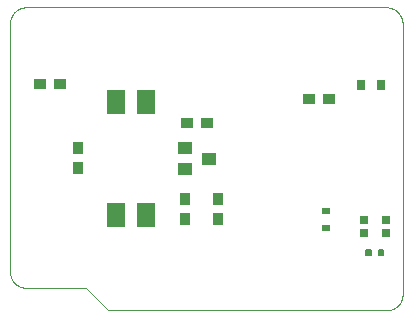
<source format=gtp>
G75*
%MOIN*%
%OFA0B0*%
%FSLAX25Y25*%
%IPPOS*%
%LPD*%
%AMOC8*
5,1,8,0,0,1.08239X$1,22.5*
%
%ADD10C,0.00100*%
%ADD11R,0.04000X0.03800*%
%ADD12R,0.03800X0.04000*%
%ADD13R,0.06299X0.07874*%
%ADD14R,0.04500X0.04000*%
%ADD15C,0.00661*%
%ADD16R,0.02756X0.02756*%
%ADD17R,0.03150X0.03543*%
%ADD18R,0.03150X0.02362*%
D10*
X0011500Y0013500D02*
X0031500Y0013500D01*
X0038750Y0006000D01*
X0131750Y0006000D01*
X0131895Y0006006D01*
X0132041Y0006015D01*
X0132186Y0006028D01*
X0132330Y0006045D01*
X0132474Y0006067D01*
X0132618Y0006091D01*
X0132761Y0006120D01*
X0132902Y0006153D01*
X0133043Y0006189D01*
X0133183Y0006230D01*
X0133322Y0006274D01*
X0133460Y0006322D01*
X0133596Y0006373D01*
X0133730Y0006428D01*
X0133864Y0006487D01*
X0133995Y0006550D01*
X0134125Y0006616D01*
X0134253Y0006685D01*
X0134379Y0006758D01*
X0134503Y0006834D01*
X0134625Y0006914D01*
X0134745Y0006997D01*
X0134862Y0007083D01*
X0134977Y0007172D01*
X0135090Y0007264D01*
X0135200Y0007360D01*
X0135307Y0007458D01*
X0135412Y0007559D01*
X0135514Y0007663D01*
X0135613Y0007770D01*
X0135709Y0007879D01*
X0135802Y0007991D01*
X0135892Y0008105D01*
X0135979Y0008222D01*
X0136063Y0008341D01*
X0136144Y0008462D01*
X0136221Y0008586D01*
X0136295Y0008711D01*
X0136365Y0008839D01*
X0136432Y0008968D01*
X0136495Y0009099D01*
X0136555Y0009232D01*
X0136612Y0009366D01*
X0136664Y0009502D01*
X0136713Y0009639D01*
X0136758Y0009777D01*
X0136799Y0009917D01*
X0136837Y0010058D01*
X0136871Y0010199D01*
X0136901Y0010342D01*
X0136927Y0010485D01*
X0136949Y0010629D01*
X0136967Y0010773D01*
X0136982Y0010918D01*
X0136992Y0011063D01*
X0136998Y0011209D01*
X0137001Y0011354D01*
X0137000Y0011500D01*
X0137000Y0101500D01*
X0137001Y0101500D02*
X0136997Y0101648D01*
X0136989Y0101795D01*
X0136978Y0101943D01*
X0136962Y0102090D01*
X0136943Y0102237D01*
X0136920Y0102384D01*
X0136893Y0102529D01*
X0136862Y0102674D01*
X0136827Y0102818D01*
X0136788Y0102961D01*
X0136746Y0103103D01*
X0136700Y0103243D01*
X0136650Y0103383D01*
X0136596Y0103521D01*
X0136539Y0103657D01*
X0136478Y0103792D01*
X0136413Y0103926D01*
X0136345Y0104057D01*
X0136274Y0104187D01*
X0136199Y0104315D01*
X0136120Y0104441D01*
X0136039Y0104564D01*
X0135954Y0104685D01*
X0135866Y0104805D01*
X0135775Y0104921D01*
X0135680Y0105035D01*
X0135583Y0105147D01*
X0135483Y0105256D01*
X0135380Y0105362D01*
X0135274Y0105466D01*
X0135165Y0105567D01*
X0135054Y0105664D01*
X0134940Y0105759D01*
X0134824Y0105851D01*
X0134705Y0105939D01*
X0134584Y0106025D01*
X0134461Y0106107D01*
X0134336Y0106186D01*
X0134208Y0106261D01*
X0134079Y0106333D01*
X0133947Y0106402D01*
X0133814Y0106467D01*
X0133680Y0106528D01*
X0133543Y0106586D01*
X0133405Y0106640D01*
X0133266Y0106691D01*
X0133126Y0106738D01*
X0132984Y0106781D01*
X0132841Y0106820D01*
X0132697Y0106856D01*
X0132553Y0106887D01*
X0132407Y0106915D01*
X0132261Y0106939D01*
X0132114Y0106959D01*
X0131967Y0106975D01*
X0131820Y0106987D01*
X0131672Y0106995D01*
X0131524Y0106999D01*
X0131375Y0107000D01*
X0011375Y0107000D01*
X0011229Y0106992D01*
X0011083Y0106979D01*
X0010937Y0106963D01*
X0010792Y0106943D01*
X0010647Y0106918D01*
X0010503Y0106891D01*
X0010360Y0106859D01*
X0010218Y0106823D01*
X0010077Y0106784D01*
X0009937Y0106741D01*
X0009798Y0106694D01*
X0009660Y0106643D01*
X0009524Y0106589D01*
X0009389Y0106532D01*
X0009256Y0106470D01*
X0009125Y0106405D01*
X0008995Y0106337D01*
X0008867Y0106265D01*
X0008741Y0106190D01*
X0008617Y0106112D01*
X0008496Y0106030D01*
X0008376Y0105945D01*
X0008259Y0105857D01*
X0008144Y0105766D01*
X0008032Y0105672D01*
X0007922Y0105575D01*
X0007815Y0105475D01*
X0007710Y0105372D01*
X0007609Y0105266D01*
X0007510Y0105158D01*
X0007414Y0105047D01*
X0007321Y0104934D01*
X0007231Y0104818D01*
X0007144Y0104700D01*
X0007061Y0104580D01*
X0006980Y0104457D01*
X0006903Y0104332D01*
X0006830Y0104206D01*
X0006759Y0104077D01*
X0006692Y0103946D01*
X0006629Y0103814D01*
X0006569Y0103680D01*
X0006513Y0103545D01*
X0006460Y0103408D01*
X0006411Y0103270D01*
X0006366Y0103131D01*
X0006324Y0102990D01*
X0006287Y0102849D01*
X0006253Y0102706D01*
X0006222Y0102563D01*
X0006196Y0102418D01*
X0006174Y0102273D01*
X0006155Y0102128D01*
X0006140Y0101982D01*
X0006129Y0101836D01*
X0006122Y0101690D01*
X0006119Y0101543D01*
X0006120Y0101396D01*
X0006125Y0101250D01*
X0006125Y0018750D01*
X0006124Y0018750D02*
X0006128Y0018607D01*
X0006136Y0018463D01*
X0006147Y0018320D01*
X0006162Y0018176D01*
X0006181Y0018034D01*
X0006204Y0017892D01*
X0006231Y0017750D01*
X0006262Y0017610D01*
X0006296Y0017470D01*
X0006335Y0017331D01*
X0006377Y0017194D01*
X0006422Y0017057D01*
X0006472Y0016922D01*
X0006525Y0016789D01*
X0006581Y0016656D01*
X0006642Y0016526D01*
X0006705Y0016397D01*
X0006773Y0016269D01*
X0006843Y0016144D01*
X0006917Y0016020D01*
X0006994Y0015899D01*
X0007075Y0015780D01*
X0007159Y0015663D01*
X0007245Y0015548D01*
X0007335Y0015436D01*
X0007428Y0015326D01*
X0007524Y0015219D01*
X0007623Y0015114D01*
X0007725Y0015012D01*
X0007829Y0014913D01*
X0007936Y0014817D01*
X0008045Y0014723D01*
X0008157Y0014633D01*
X0008272Y0014546D01*
X0008388Y0014462D01*
X0008507Y0014381D01*
X0008628Y0014303D01*
X0008752Y0014229D01*
X0008877Y0014158D01*
X0009004Y0014090D01*
X0009133Y0014026D01*
X0009263Y0013965D01*
X0009395Y0013908D01*
X0009529Y0013855D01*
X0009664Y0013805D01*
X0009800Y0013759D01*
X0009937Y0013716D01*
X0010076Y0013677D01*
X0010216Y0013642D01*
X0010356Y0013611D01*
X0010497Y0013584D01*
X0010639Y0013560D01*
X0010782Y0013541D01*
X0010925Y0013525D01*
X0011068Y0013513D01*
X0011212Y0013505D01*
X0011356Y0013501D01*
X0011500Y0013500D01*
D11*
X0065154Y0068500D03*
X0071846Y0068500D03*
X0105654Y0076500D03*
X0112346Y0076500D03*
X0022846Y0081500D03*
X0016154Y0081500D03*
D12*
X0028750Y0060096D03*
X0028750Y0053404D03*
X0064500Y0043096D03*
X0064500Y0036404D03*
X0075500Y0036404D03*
X0075500Y0043096D03*
D13*
X0051500Y0037720D03*
X0041500Y0037720D03*
X0041500Y0075280D03*
X0051500Y0075280D03*
D14*
X0064500Y0060000D03*
X0072500Y0056500D03*
X0064500Y0053000D03*
D15*
X0124913Y0026101D02*
X0126457Y0026101D01*
X0126457Y0024399D01*
X0124913Y0024399D01*
X0124913Y0026101D01*
X0124913Y0025059D02*
X0126457Y0025059D01*
X0126457Y0025719D02*
X0124913Y0025719D01*
X0129028Y0026101D02*
X0130572Y0026101D01*
X0130572Y0024399D01*
X0129028Y0024399D01*
X0129028Y0026101D01*
X0129028Y0025059D02*
X0130572Y0025059D01*
X0130572Y0025719D02*
X0129028Y0025719D01*
D16*
X0131352Y0031835D03*
X0131352Y0036165D03*
X0124148Y0036165D03*
X0124148Y0031835D03*
D17*
X0123154Y0081250D03*
X0129846Y0081250D03*
D18*
X0111375Y0039203D03*
X0111375Y0033297D03*
M02*

</source>
